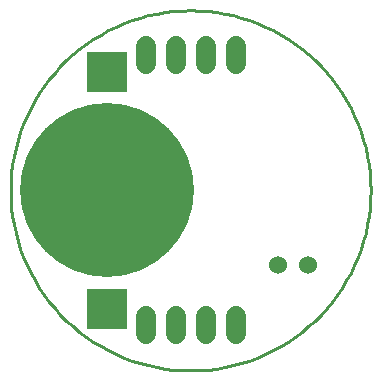
<source format=gts>
G75*
G70*
%OFA0B0*%
%FSLAX24Y24*%
%IPPOS*%
%LPD*%
%AMOC8*
5,1,8,0,0,1.08239X$1,22.5*
%
%ADD10C,0.0100*%
%ADD11C,0.5800*%
%ADD12C,0.0680*%
%ADD13R,0.1340X0.1340*%
%ADD14C,0.4017*%
%ADD15C,0.0600*%
D10*
X006151Y000151D02*
X006436Y000158D01*
X006721Y000178D01*
X007005Y000212D01*
X007287Y000259D01*
X007566Y000320D01*
X007841Y000394D01*
X008113Y000481D01*
X008381Y000581D01*
X008643Y000693D01*
X008900Y000818D01*
X009151Y000955D01*
X009395Y001103D01*
X009631Y001264D01*
X009860Y001435D01*
X010080Y001617D01*
X010291Y001809D01*
X010493Y002011D01*
X010685Y002222D01*
X010867Y002442D01*
X011038Y002671D01*
X011199Y002907D01*
X011347Y003151D01*
X011484Y003402D01*
X011609Y003659D01*
X011721Y003921D01*
X011821Y004189D01*
X011908Y004461D01*
X011982Y004736D01*
X012043Y005015D01*
X012090Y005297D01*
X012124Y005581D01*
X012144Y005866D01*
X012151Y006151D01*
X006151Y000151D02*
X005866Y000158D01*
X005581Y000178D01*
X005297Y000212D01*
X005015Y000259D01*
X004736Y000320D01*
X004461Y000394D01*
X004189Y000481D01*
X003921Y000581D01*
X003659Y000693D01*
X003402Y000818D01*
X003151Y000955D01*
X002907Y001103D01*
X002671Y001264D01*
X002442Y001435D01*
X002222Y001617D01*
X002011Y001809D01*
X001809Y002011D01*
X001617Y002222D01*
X001435Y002442D01*
X001264Y002671D01*
X001103Y002907D01*
X000955Y003151D01*
X000818Y003402D01*
X000693Y003659D01*
X000581Y003921D01*
X000481Y004189D01*
X000394Y004461D01*
X000320Y004736D01*
X000259Y005015D01*
X000212Y005297D01*
X000178Y005581D01*
X000158Y005866D01*
X000151Y006151D01*
X000158Y006436D01*
X000178Y006721D01*
X000212Y007005D01*
X000259Y007287D01*
X000320Y007566D01*
X000394Y007841D01*
X000481Y008113D01*
X000581Y008381D01*
X000693Y008643D01*
X000818Y008900D01*
X000955Y009151D01*
X001103Y009395D01*
X001264Y009631D01*
X001435Y009860D01*
X001617Y010080D01*
X001809Y010291D01*
X002011Y010493D01*
X002222Y010685D01*
X002442Y010867D01*
X002671Y011038D01*
X002907Y011199D01*
X003151Y011347D01*
X003402Y011484D01*
X003659Y011609D01*
X003921Y011721D01*
X004189Y011821D01*
X004461Y011908D01*
X004736Y011982D01*
X005015Y012043D01*
X005297Y012090D01*
X005581Y012124D01*
X005866Y012144D01*
X006151Y012151D01*
X006436Y012144D01*
X006721Y012124D01*
X007005Y012090D01*
X007287Y012043D01*
X007566Y011982D01*
X007841Y011908D01*
X008113Y011821D01*
X008381Y011721D01*
X008643Y011609D01*
X008900Y011484D01*
X009151Y011347D01*
X009395Y011199D01*
X009631Y011038D01*
X009860Y010867D01*
X010080Y010685D01*
X010291Y010493D01*
X010493Y010291D01*
X010685Y010080D01*
X010867Y009860D01*
X011038Y009631D01*
X011199Y009395D01*
X011347Y009151D01*
X011484Y008900D01*
X011609Y008643D01*
X011721Y008381D01*
X011821Y008113D01*
X011908Y007841D01*
X011982Y007566D01*
X012043Y007287D01*
X012090Y007005D01*
X012124Y006721D01*
X012144Y006436D01*
X012151Y006151D01*
D11*
X003351Y006151D03*
D12*
X004651Y001951D02*
X004651Y001351D01*
X005651Y001351D02*
X005651Y001951D01*
X006651Y001951D02*
X006651Y001351D01*
X007651Y001351D02*
X007651Y001951D01*
X007651Y010351D02*
X007651Y010951D01*
X006651Y010951D02*
X006651Y010351D01*
X005651Y010351D02*
X005651Y010951D01*
X004651Y010951D02*
X004651Y010351D01*
D13*
X003351Y002214D03*
X003351Y010088D03*
D14*
X003351Y006151D03*
D15*
X009051Y003651D03*
X010051Y003651D03*
M02*

</source>
